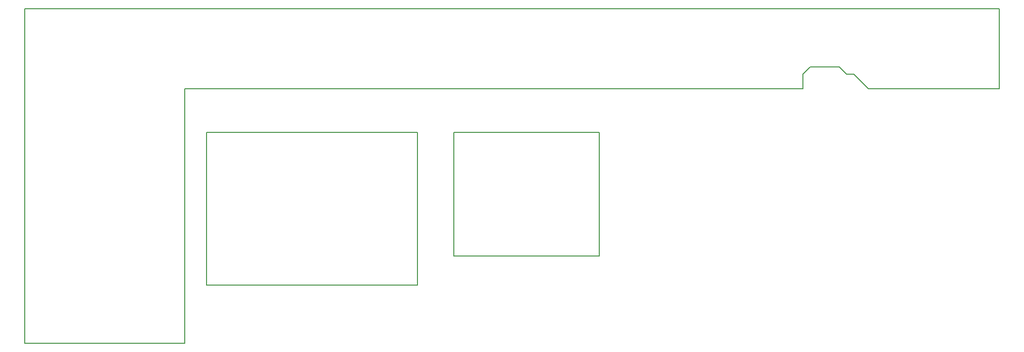
<source format=gbr>
G04 #@! TF.FileFunction,Profile,NP*
%FSLAX46Y46*%
G04 Gerber Fmt 4.6, Leading zero omitted, Abs format (unit mm)*
G04 Created by KiCad (PCBNEW 4.0.7) date 04/20/18 23:30:44*
%MOMM*%
%LPD*%
G01*
G04 APERTURE LIST*
%ADD10C,0.100000*%
%ADD11C,0.150000*%
G04 APERTURE END LIST*
D10*
D11*
X114300000Y-83820000D02*
X115570000Y-83820000D01*
X115570000Y-110490000D02*
X114300000Y-110490000D01*
X157480000Y-105410000D02*
X157480000Y-83820000D01*
X182880000Y-105410000D02*
X157480000Y-105410000D01*
X182880000Y-83820000D02*
X182880000Y-105410000D01*
X157480000Y-83820000D02*
X182880000Y-83820000D01*
X114300000Y-110490000D02*
X114300000Y-83820000D01*
X151130000Y-110490000D02*
X115570000Y-110490000D01*
X151130000Y-83820000D02*
X151130000Y-110490000D01*
X115570000Y-83820000D02*
X151130000Y-83820000D01*
X82550000Y-120650000D02*
X82550000Y-62230000D01*
X110490000Y-120650000D02*
X82550000Y-120650000D01*
X110490000Y-76200000D02*
X110490000Y-120650000D01*
X218440000Y-76200000D02*
X110490000Y-76200000D01*
X218440000Y-73660000D02*
X218440000Y-76200000D01*
X219710000Y-72390000D02*
X218440000Y-73660000D01*
X224790000Y-72390000D02*
X219710000Y-72390000D01*
X226060000Y-73660000D02*
X224790000Y-72390000D01*
X227330000Y-73660000D02*
X226060000Y-73660000D01*
X229870000Y-76200000D02*
X227330000Y-73660000D01*
X252730000Y-76200000D02*
X229870000Y-76200000D01*
X252730000Y-62230000D02*
X252730000Y-76200000D01*
X82550000Y-62230000D02*
X252730000Y-62230000D01*
M02*

</source>
